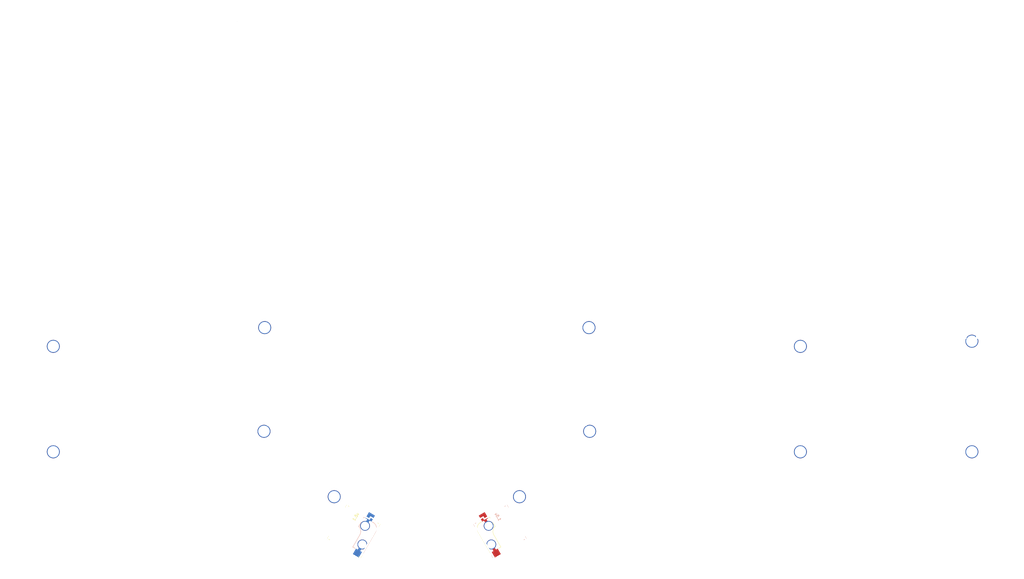
<source format=kicad_pcb>
(kicad_pcb (version 20211014) (generator pcbnew)
  (layers (0 "F.Cu" signal) (31 "B.Cu" signal) (34 "B.Paste" user) (35 "F.Paste" user) (36 "B.SilkS" user "B.Silkscreen") (37 "F.SilkS" user "F.Silkscreen") (38 "B.Mask" user) (39 "F.Mask" user) (44 "Edge.Cuts" user))
  (net 0 "")
  (net 1 "col4")
  (net 2 "Net-(D41-Pad2)")
  (footprint "Library:HOLE_M2_TH" (layer "F.Cu") (at 124.56446 41.012619)
    (fp_text reference "TH1" hide)
    (fp_text value "HOLE" hide)
  )
  (footprint "Library:HOLE_M2_TH" (layer "F.Cu") (at 47.800001 47.809999)
    (fp_text reference "TH2" hide)
    (fp_text value "HOLE" hide)
  )
  (footprint "Library:HOLE_M2_TH" (layer "F.Cu") (at 124.31046 78.655419)
    (fp_text reference "TH3" hide)
    (fp_text value "HOLE" hide)
  )
  (footprint "Library:HOLE_M2_TH" (layer "F.Cu") (at 47.800001 86.109999)
    (fp_text reference "TH4" hide)
    (fp_text value "HOLE" hide)
  )
  (footprint "Library:HOLE_M2_TH" (layer "F.Cu") (at 149.8 102.41 90)
    (fp_text reference "TH5" hide)
    (fp_text value "HOLE" hide)
  )
  (footprint "kien242:MX_Switch_Cutout" (layer "F.Cu") (at 133.100001 31.599999)
    (fp_text reference "SW9" hide)
    (fp_text value "1u" hide)
  )
  (footprint "kien242:MX_Switch_Cutout" (layer "F.Cu") (at 114.1 29.100001)
    (fp_text reference "SW8" hide)
    (fp_text value "1u" hide)
  )
  (footprint "kien242:MX_Switch_Cutout" (layer "F.Cu") (at 95.1 26.609999)
    (fp_text reference "SW7" hide)
    (fp_text value "1u" hide)
  )
  (footprint "kien242:MX_Switch_Cutout" (layer "F.Cu") (at 76.100001 29.1)
    (fp_text reference "SW6" hide)
    (fp_text value "1u" hide)
  )
  (footprint "kien242:MX_Switch_Cutout" (layer "F.Cu") (at 57.1 38.100001)
    (fp_text reference "SW5" hide)
    (fp_text value "1u" hide)
  )
  (footprint "kien242:MX_Switch_Cutout" (layer "F.Cu") (at 38.1 38.1)
    (fp_text reference "SW4" hide)
    (fp_text value "1u" hide)
  )
  (footprint "kien242:MX_Switch_Cutout" (layer "F.Cu") (at 133.100001 50.700001)
    (fp_text reference "SW18" hide)
    (fp_text value "1u" hide)
  )
  (footprint "kien242:MX_Switch_Cutout" (layer "F.Cu") (at 114.100001 48.199999)
    (fp_text reference "SW17" hide)
    (fp_text value "1u" hide)
  )
  (footprint "kien242:MX_Switch_Cutout" (layer "F.Cu") (at 95.1 45.700001)
    (fp_text reference "SW16" hide)
    (fp_text value "1u" hide)
  )
  (footprint "kien242:MX_Switch_Cutout" (layer "F.Cu") (at 76.1 48.100001)
    (fp_text reference "SW15" hide)
    (fp_text value "1u" hide)
  )
  (footprint "kien242:MX_Switch_Cutout" (layer "F.Cu") (at 57.1 57.000001)
    (fp_text reference "SW14" hide)
    (fp_text value "1u" hide)
  )
  (footprint "kien242:MX_Switch_Cutout" (layer "F.Cu") (at 38.1 57.000001)
    (fp_text reference "SW13" hide)
    (fp_text value "1u" hide)
  )
  (footprint "kien242:MX_Switch_Cutout" (layer "F.Cu") (at 133.100001 69.699999)
    (fp_text reference "SW27" hide)
    (fp_text value "1u" hide)
  )
  (footprint "kien242:MX_Switch_Cutout" (layer "F.Cu") (at 114.1 67.200001)
    (fp_text reference "SW26" hide)
    (fp_text value "1u" hide)
  )
  (footprint "kien242:MX_Switch_Cutout" (layer "F.Cu") (at 95.1 64.800001)
    (fp_text reference "SW25" hide)
    (fp_text value "1u" hide)
  )
  (footprint "kien242:MX_Switch_Cutout" (layer "F.Cu") (at 76.100001 67.2)
    (fp_text reference "SW24" hide)
    (fp_text value "1u" hide)
  )
  (footprint "kien242:MX_Switch_Cutout" (layer "F.Cu") (at 57.1 76.200001)
    (fp_text reference "SW23" hide)
    (fp_text value "1u" hide)
  )
  (footprint "kien242:MX_Switch_Cutout" (layer "F.Cu") (at 38.1 76.199999)
    (fp_text reference "SW22" hide)
    (fp_text value "1u" hide)
  )
  (footprint "kien242:MX_Switch_Cutout" (layer "F.Cu") (at 133.100001 88.7)
    (fp_text reference "SW37" hide)
    (fp_text value "1u" hide)
  )
  (footprint "kien242:MX_Switch_Cutout" (layer "F.Cu") (at 114.100001 86.299999)
    (fp_text reference "SW36" hide)
    (fp_text value "1u" hide)
  )
  (footprint "kien242:MX_Switch_Cutout" (layer "F.Cu") (at 95.1 83.800001)
    (fp_text reference "SW35" hide)
    (fp_text value "1u" hide)
  )
  (footprint "kien242:MX_Switch_Cutout" (layer "F.Cu") (at 76.1 86.3)
    (fp_text reference "SW34" hide)
    (fp_text value "1u" hide)
  )
  (footprint "kien242:MX_Switch_Cutout" (layer "F.Cu") (at 57.1 95.200001)
    (fp_text reference "SW33" hide)
    (fp_text value "1u" hide)
  )
  (footprint "kien242:MX_Switch_Cutout" (layer "F.Cu") (at 38.050001 95.200001)
    (fp_text reference "SW32" hide)
    (fp_text value "1u" hide)
  )
  (footprint "MX-hotswap:SW-HS-1.5u" (layer "F.Cu") (at 156.900001 115.009999 -120)
    (fp_text reference "SW42")
    (fp_text value "1.5u")
  )
  (footprint "kien242:MX_Switch_Cutout" (layer "F.Cu") (at 136 110.000001 -23)
    (fp_text reference "SW41" hide)
    (fp_text value "1u" hide)
  )
  (footprint "kien242:MX_Switch_Cutout" (layer "F.Cu") (at 114.1 105.4)
    (fp_text reference "SW40" hide)
    (fp_text value "1u" hide)
  )
  (footprint "kien242:MX_Switch_Cutout" (layer "F.Cu") (at 95.1 102.800001)
    (fp_text reference "SW39" hide)
    (fp_text value "1u" hide)
  )
  (footprint "kien242:MX_Switch_Cutout" (layer "F.Cu") (at 76.100001 105.3)
    (fp_text reference "SW38" hide)
    (fp_text value "1u" hide)
  )
  (footprint "kien242:MX_Switch_Cutout" (layer "F.Cu") (at 209.979999 115.009999 -60)
    (fp_text reference "SW37" hide)
    (fp_text value "1u" hide)
  )
  (footprint "kien242:MX_Switch_Cutout" (layer "F.Cu") (at 157.73686 84.243419)
    (fp_text reference "SW43" hide)
    (fp_text value "1u" hide)
  )
  (footprint "kien242:MX_Switch_Cutout" (layer "F.Cu") (at 156.900001 115.009999 -120)
    (fp_text reference "SW37" hide)
    (fp_text value "1u" hide)
  )
  (footprint "kien242:MX_Switch_Cutout" (layer "B.Cu") (at 328.78 38.1 180)
    (fp_text reference "SW4" hide)
    (fp_text value "1u" hide)
  )
  (footprint "Library:HOLE_M2_TH" (layer "B.Cu") (at 242.56954 78.655419 180)
    (fp_text reference "TH3" hide)
    (fp_text value "HOLE" hide)
  )
  (footprint "Library:HOLE_M2_TH" (layer "B.Cu") (at 319.079999 86.109999 180)
    (fp_text reference "TH4" hide)
    (fp_text value "HOLE" hide)
  )
  (footprint "kien242:MX_Switch_Cutout" (layer "B.Cu") (at 328.78 57.000001 180)
    (fp_text reference "SW13" hide)
    (fp_text value "1u" hide)
  )
  (footprint "kien242:MX_Switch_Cutout" (layer "B.Cu") (at 271.78 102.800001 180)
    (fp_text reference "SW39" hide)
    (fp_text value "1u" hide)
  )
  (footprint "kien242:MX_Switch_Cutout" (layer "B.Cu") (at 328.78 76.199999 180)
    (fp_text reference "SW22" hide)
    (fp_text value "1u" hide)
  )
  (footprint "kien242:MX_Switch_Cutout" (layer "B.Cu") (at 209.14314 84.243419 180)
    (fp_text reference "SW43" hide)
    (fp_text value "1u" hide)
  )
  (footprint "kien242:MX_Switch_Cutout" (layer "B.Cu") (at 233.779999 31.599999 180)
    (fp_text reference "SW9" hide)
    (fp_text value "1u" hide)
  )
  (footprint "kien242:MX_Switch_Cutout" (layer "B.Cu") (at 252.779999 86.299999 180)
    (fp_text reference "SW36" hide)
    (fp_text value "1u" hide)
  )
  (footprint "Library:HOLE_M2_TH" (layer "B.Cu") (at 319.079999 47.809999 180)
    (fp_text reference "TH2" hide)
    (fp_text value "HOLE" hide)
  )
  (footprint "kien242:MX_Switch_Cutout" (layer "B.Cu") (at 271.78 64.800001 180)
    (fp_text reference "SW25" hide)
    (fp_text value "1u" hide)
  )
  (footprint "kien242:MX_Switch_Cutout" (layer "B.Cu") (at 290.78 86.3 180)
    (fp_text reference "SW34" hide)
    (fp_text value "1u" hide)
  )
  (footprint "kien242:MX_Switch_Cutout" (layer "B.Cu") (at 290.779999 67.2 180)
    (fp_text reference "SW24" hide)
    (fp_text value "1u" hide)
  )
  (footprint "kien242:MX_Switch_Cutout" (layer "B.Cu") (at 390.692499 38.100001 180)
    (fp_text reference "SW1" hide)
    (fp_text value "1u" hide)
  )
  (footprint "kien242:MX_Switch_Cutout" (layer "B.Cu") (at 233.779999 88.7 180)
    (fp_text reference "SW37" hide)
    (fp_text value "1u" hide)
  )
  (footprint "kien242:MX_Switch_Cutout" (layer "B.Cu") (at 352.592499 76.200001 180)
    (fp_text reference "SW21" hide)
    (fp_text value "1u" hide)
  )
  (footprint "kien242:MX_Switch_Cutout" (layer "B.Cu") (at 390.692499 57.15 180)
    (fp_text reference "SW10" hide)
    (fp_text value "1u" hide)
  )
  (footprint "kien242:MX_Switch_Cutout" (layer "B.Cu") (at 390.692499 95.25 180)
    (fp_text reference "SW29" hide)
    (fp_text value "1u" hide)
  )
  (footprint "kien242:MX_Switch_Cutout" (layer "B.Cu") (at 271.78 83.800001 180)
    (fp_text reference "SW35" hide)
    (fp_text value "1u" hide)
  )
  (footprint "kien242:MX_Switch_Cutout" (layer "B.Cu") (at 252.779999 48.199999 180)
    (fp_text reference "SW17" hide)
    (fp_text value "1u" hide)
  )
  (footprint "Library:HOLE_M2_TH" (layer "B.Cu") (at 381.35514 86.109999 180)
    (fp_text reference "TH4" hide)
    (fp_text value "HOLE" hide)
  )
  (footprint "kien242:MX_Switch_Cutout" (layer "B.Cu") (at 352.592499 38.100001 180)
    (fp_text reference "SW3" hide)
    (fp_text value "1u" hide)
  )
  (footprint "kien242:MX_Switch_Cutout" (layer "B.Cu") (at 230.88 110.000001 -157)
    (fp_text reference "SW41" hide)
    (fp_text value "1u" hide)
  )
  (footprint "kien242:MX_Switch_Cutout" (layer "B.Cu") (at 352.592499 57.15 180)
    (fp_text reference "SW12" hide)
    (fp_text value "1u" hide)
  )
  (footprint "kien242:MX_Switch_Cutout" (layer "B.Cu") (at 371.6425 57.150001 180)
    (fp_text reference "SW11" hide)
    (fp_text value "1u" hide)
  )
  (footprint "Library:HOLE_M2_TH" (layer "B.Cu") (at 217.08 102.41 90)
    (fp_text reference "TH5" hide)
    (fp_text value "HOLE" hide)
  )
  (footprint "kien242:MX_Switch_Cutout" (layer "B.Cu") (at 309.78 76.200001 180)
    (fp_text reference "SW23" hide)
    (fp_text value "1u" hide)
  )
  (footprint "kien242:MX_Switch_Cutout" (layer "B.Cu") (at 352.592499 95.25 180)
    (fp_text reference "SW31" hide)
    (fp_text value "1u" hide)
  )
  (footprint "kien242:MX_Switch_Cutout" (layer "B.Cu") (at 328.829999 95.200001 180)
    (fp_text reference "SW32" hide)
    (fp_text value "1u" hide)
  )
  (footprint "kien242:MX_Switch_Cutout" (layer "B.Cu") (at 271.78 45.700001 180)
    (fp_text reference "SW16" hide)
    (fp_text value "1u" hide)
  )
  (footprint "kien242:MX_Switch_Cutout" (layer "B.Cu") (at 252.78 67.200001 180)
    (fp_text reference "SW26" hide)
    (fp_text value "1u" hide)
  )
  (footprint "kien242:MX_Switch_Cutout" (layer "B.Cu") (at 252.78 105.4 180)
    (fp_text reference "SW40" hide)
    (fp_text value "1u" hide)
  )
  (footprint "kien242:MX_Switch_Cutout" (layer "B.Cu") (at 371.642499 76.200001 180)
    (fp_text reference "SW20" hide)
    (fp_text value "1u" hide)
  )
  (footprint "kien242:MX_Switch_Cutout" (layer "B.Cu") (at 371.642499 38.099999 180)
    (fp_text reference "SW2" hide)
    (fp_text value "1u" hide)
  )
  (footprint "MX-hotswap:SW-HS-1.5u" (layer "B.Cu") (at 209.979999 115.009999 -60)
    (fp_text reference "SW42")
    (fp_text value "1.5u")
  )
  (footprint "kien242:MX_Switch_Cutout" (layer "B.Cu") (at 290.78 48.100001 180)
    (fp_text reference "SW15" hide)
    (fp_text value "1u" hide)
  )
  (footprint "kien242:MX_Switch_Cutout" (layer "B.Cu") (at 290.779999 29.1 180)
    (fp_text reference "SW6" hide)
    (fp_text value "1u" hide)
  )
  (footprint "kien242:MX_Switch_Cutout" (layer "B.Cu") (at 233.779999 69.699999 180)
    (fp_text reference "SW27" hide)
    (fp_text value "1u" hide)
  )
  (footprint "kien242:MX_Switch_Cutout" (layer "B.Cu") (at 290.779999 105.3 180)
    (fp_text reference "SW38" hide)
    (fp_text value "1u" hide)
  )
  (footprint "Library:HOLE_M2_TH" (layer "B.Cu") (at 381.35514 45.940219 180)
    (fp_text reference "TH4" hide)
    (fp_text value "HOLE" hide)
  )
  (footprint "Library:HOLE_M2_TH" (layer "B.Cu") (at 242.31554 41.012619 180)
    (fp_text reference "TH1" hide)
    (fp_text value "HOLE" hide)
  )
  (footprint "kien242:MX_Switch_Cutout" (layer "B.Cu") (at 309.78 38.100001 180)
    (fp_text reference "SW5" hide)
    (fp_text value "1u" hide)
  )
  (footprint "kien242:MX_Switch_Cutout" (layer "B.Cu") (at 309.78 95.200001 180)
    (fp_text reference "SW33" hide)
    (fp_text value "1u" hide)
  )
  (footprint "kien242:MX_Switch_Cutout" (layer "B.Cu") (at 371.6425 95.250001 180)
    (fp_text reference "SW30" hide)
    (fp_text value "1u" hide)
  )
  (footprint "kien242:MX_Switch_Cutout" (layer "B.Cu") (at 309.78 57.000001 180)
    (fp_text reference "SW14" hide)
    (fp_text value "1u" hide)
  )
  (footprint "kien242:MX_Switch_Cutout" (layer "B.Cu") (at 271.78 26.609999 180)
    (fp_text reference "SW7" hide)
    (fp_text value "1u" hide)
  )
  (footprint "kien242:MX_Switch_Cutout" (layer "B.Cu") (at 233.779999 50.700001 180)
    (fp_text reference "SW18" hide)
    (fp_text value "1u" hide)
  )
  (footprint "kien242:MX_Switch_Cutout" (layer "B.Cu") (at 252.78 29.100001 180)
    (fp_text reference "SW8" hide)
    (fp_text value "1u" hide)
  )
  (footprint "kien242:MX_Switch_Cutout" (layer "B.Cu") (at 390.692499 76.200001 180)
    (fp_text reference "SW19" hide)
    (fp_text value "1u" hide)
  )
  (gr_line (start 114.63115 -70.080646) (end 114.63115 -70.080646) (layer "Edge.Cuts") (width 0.1))
)
</source>
